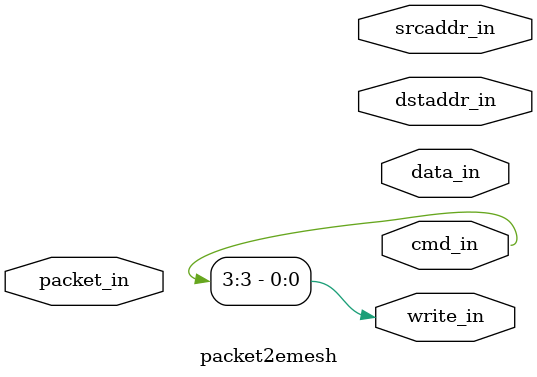
<source format=v>
/*******************************************************************************
 * Function:  Packet-->Memory Mapped Transaction Converter                                     
 * Author:    Andreas Olofsson                                                
 * License:   MIT (see LICENSE file in OH! repository)
 *
 * Documentation:
 * 
 * see ./emesh2packet.v
 * 
 ******************************************************************************/
module packet2emesh 
  #(parameter AW = 32,   // address width 
    parameter PW = 104)  // packet width
   (
    //Input packet
    input [PW-1:0]    packet_in,
    //Emesh signal bundle 
    output [15:0]     cmd_in, // command
    output 	      write_in,// indicates a write transaction
    output [AW-1:0]   dstaddr_in, // read/write target address
    output [AW-1:0]   srcaddr_in, // read return address
    output [2*AW-1:0] data_in     // write data
    );

   generate
      //######################
      // 16-Bit ("lite/apb like")
      //######################
      if(AW==16) begin : aw16
	 if(PW==40) begin : p40
	    assign cmd_in[7:0]      = packet_in[7:0];
	    assign cmd_in[15:8]     = 8'b0;
	    assign dstaddr_in[15:0] = packet_in[23:8];
	    assign srcaddr_in[15:0] = packet_in[39:24];
	    assign data_in[31:0]    = {16'b0,packet_in[39:24]};
	 end
	 else begin: perror
	    initial
	      $display ("Combo not supported (PW=%ds AW==%ds)", PW,AW);
	 end
      end // block: aw16
      //######################
      // 32-Bit
      //######################
      if(AW==32) begin : aw32
	if(PW==80) begin: p80
	   assign cmd_in[15:0]     = packet_in[15:0];
	   assign dstaddr_in[31:0] = packet_in[47:16];
	   assign srcaddr_in[31:0] = packet_in[79:48];
	   assign data_in[31:0]    = packet_in[79:48];
	   assign data_in[63:32]   = 32'b0;	
	end
	else if(PW==112) begin: p112
	   assign cmd_in[15:0]     = packet_in[15:0];
	   assign dstaddr_in[31:0] = packet_in[47:16];
	   assign srcaddr_in[31:0] = packet_in[79:48];
	   assign data_in[63:0]    = packet_in[111:48];
	end
	else begin: perror
	   initial
	     $display ("Combo not supported (PW=%ds AW==%ds)", PW,AW);
	end
      end // block: aw32
      //######################
      // 64-Bit
      //######################
      if(AW==64) begin : aw64
	 if(PW==144) begin: p144
	    assign cmd_in[15:0]      = packet_in[15:0];
	    assign dstaddr_in[31:0]  = packet_in[47:16];
	    assign srcaddr_in[63:0]  = packet_in[111:48];
	    assign data_in[127:0]    = packet_in[111:48];
	    assign dstaddr_in[63:32] = packet_in[143:112];
	    assign data_in[127:64]   = 64'b0;	
	 end
	 else if(PW==208) begin: p208
	    assign cmd_in[15:0]      = packet_in[15:0];
	    assign dstaddr_in[31:0]  = packet_in[47:16];
	    assign srcaddr_in[63:0]  = packet_in[111:48];
	    assign data_in[63:0]     = packet_in[111:48];
	    assign dstaddr_in[63:32] = packet_in[143:112];
	    assign data_in[127:64]   = packet_in[207:144];
	 end
	 else begin: perror
	    initial
	      $display ("Combo not supported (PW=%ds AW==%ds)", PW,AW);
	 end
      end // block: aw64
      //######################
      // 128-Bit
      //######################
      if(AW==128) begin : aw128
	if(PW==272) begin: p272
	   assign cmd_in[15:0]       = packet_in[15:0];
	   assign dstaddr_in[31:0]   = packet_in[47:16];
	   assign srcaddr_in[63:0]   = packet_in[111:48];
	   assign data_in[63:0]      = packet_in[111:48];
	   assign dstaddr_in[63:32]  = packet_in[143:112];
	   assign data_in[127:64]    = packet_in[207:144];
	   assign srcaddr_in[127:64] = packet_in[207:144];
	   assign dstaddr_in[127:64] = packet_in[271:208];
	   assign data_in[255:128]   = 128'b0;	   
	 end
	else if(PW==400) begin: p400
	   assign cmd_in[15:0]       = packet_in[15:0];
	   assign dstaddr_in[31:0]   = packet_in[47:16];
	   assign srcaddr_in[63:0]   = packet_in[111:48];
	   assign data_in[63:0]      = packet_in[111:48];
	   assign dstaddr_in[63:32]  = packet_in[143:112];
	   assign data_in[127:64]    = packet_in[207:144];
	   assign srcaddr_in[127:64] = packet_in[207:144];
	   assign dstaddr_in[127:64] = packet_in[271:208];
	   assign data_in[255:128]   = packet_in[399:272];
	end
	else begin: perror
	   initial
	     $display ("Combo not supported (PW=%ds AW==%ds)", PW,AW);
	end
      end // block: aw128
   endgenerate  

   assign write_in = cmd_in[3];
   
endmodule // packet2emesh




</source>
